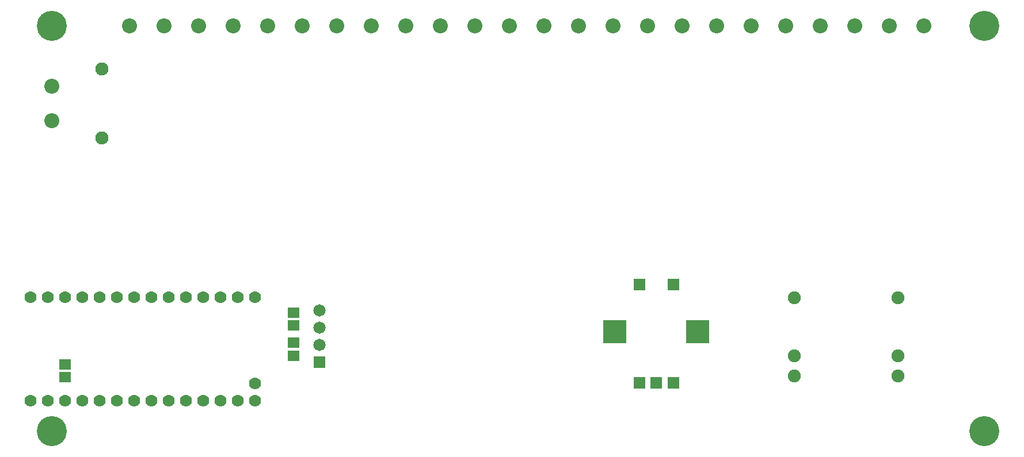
<source format=gbs>
G75*
%MOIN*%
%OFA0B0*%
%FSLAX24Y24*%
%IPPOS*%
%LPD*%
%AMOC8*
5,1,8,0,0,1.08239X$1,22.5*
%
%ADD10C,0.0753*%
%ADD11C,0.0700*%
%ADD12R,0.0671X0.0592*%
%ADD13R,0.0714X0.0714*%
%ADD14C,0.0714*%
%ADD15R,0.1346X0.1346*%
%ADD16C,0.0867*%
%ADD17C,0.0760*%
%ADD18C,0.1740*%
D10*
X045180Y005371D03*
X045180Y006552D03*
X051180Y006552D03*
X051180Y005371D03*
X051180Y009899D03*
X045180Y009899D03*
D11*
X013930Y009930D03*
X012930Y009930D03*
X011930Y009930D03*
X010930Y009930D03*
X009930Y009930D03*
X008930Y009930D03*
X007930Y009930D03*
X006930Y009930D03*
X005930Y009930D03*
X004930Y009930D03*
X003930Y009930D03*
X002930Y009930D03*
X001930Y009930D03*
X000930Y009930D03*
X000930Y003930D03*
X001930Y003930D03*
X002930Y003930D03*
X003930Y003930D03*
X004930Y003930D03*
X005930Y003930D03*
X006930Y003930D03*
X007930Y003930D03*
X008930Y003930D03*
X009930Y003930D03*
X010930Y003930D03*
X011930Y003930D03*
X012930Y003930D03*
X013930Y003930D03*
X013930Y004930D03*
D12*
X016180Y006556D03*
X016180Y007304D03*
X016180Y008306D03*
X016180Y009054D03*
X002930Y006054D03*
X002930Y005306D03*
D13*
X017680Y006180D03*
X036196Y004977D03*
X037180Y004977D03*
X038164Y004977D03*
X038164Y010686D03*
X036196Y010686D03*
D14*
X017680Y009180D03*
X017680Y008180D03*
X017680Y007180D03*
D15*
X034778Y007930D03*
X039582Y007930D03*
D16*
X038672Y025690D03*
X040672Y025690D03*
X042672Y025690D03*
X044672Y025690D03*
X046672Y025690D03*
X048672Y025690D03*
X050672Y025690D03*
X052672Y025690D03*
X036672Y025690D03*
X034672Y025690D03*
X032672Y025690D03*
X030672Y025690D03*
X028672Y025690D03*
X026672Y025690D03*
X024672Y025690D03*
X022672Y025690D03*
X020672Y025690D03*
X018672Y025690D03*
X016672Y025690D03*
X014672Y025690D03*
X012672Y025690D03*
X010672Y025690D03*
X008672Y025690D03*
X006672Y025690D03*
X002170Y022172D03*
X002170Y020172D03*
D17*
X005055Y019180D03*
X005055Y023180D03*
D18*
X002180Y002180D03*
X002180Y025680D03*
X056180Y025680D03*
X056180Y002180D03*
M02*

</source>
